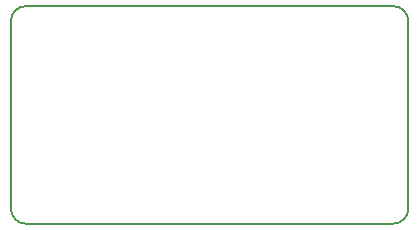
<source format=gko>
G04 #@! TF.FileFunction,Profile,NP*
%FSLAX46Y46*%
G04 Gerber Fmt 4.6, Leading zero omitted, Abs format (unit mm)*
G04 Created by KiCad (PCBNEW 4.0.7) date 04/07/18 14:14:12*
%MOMM*%
%LPD*%
G01*
G04 APERTURE LIST*
%ADD10C,0.100000*%
%ADD11C,0.150000*%
G04 APERTURE END LIST*
D10*
D11*
X32512000Y18288000D02*
X1397000Y18288000D01*
X1397000Y-127000D02*
X32512000Y-127000D01*
X33782000Y1143000D02*
X33782000Y17018000D01*
X127000Y17018000D02*
X127000Y1143000D01*
X1397000Y18288000D02*
G75*
G03X127000Y17018000I0J-1270000D01*
G01*
X127000Y1143000D02*
G75*
G03X1397000Y-127000I1270000J0D01*
G01*
X33782000Y17018000D02*
G75*
G03X32512000Y18288000I-1270000J0D01*
G01*
X32512000Y-127000D02*
G75*
G03X33782000Y1143000I0J1270000D01*
G01*
M02*

</source>
